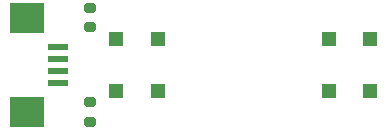
<source format=gbr>
%TF.GenerationSoftware,KiCad,Pcbnew,8.0.6-1.fc40*%
%TF.CreationDate,2025-02-15T18:39:24+01:00*%
%TF.ProjectId,airMouse-thumb,6169724d-6f75-4736-952d-7468756d622e,RC1*%
%TF.SameCoordinates,Original*%
%TF.FileFunction,Paste,Top*%
%TF.FilePolarity,Positive*%
%FSLAX46Y46*%
G04 Gerber Fmt 4.6, Leading zero omitted, Abs format (unit mm)*
G04 Created by KiCad (PCBNEW 8.0.6-1.fc40) date 2025-02-15 18:39:24*
%MOMM*%
%LPD*%
G01*
G04 APERTURE LIST*
G04 Aperture macros list*
%AMRoundRect*
0 Rectangle with rounded corners*
0 $1 Rounding radius*
0 $2 $3 $4 $5 $6 $7 $8 $9 X,Y pos of 4 corners*
0 Add a 4 corners polygon primitive as box body*
4,1,4,$2,$3,$4,$5,$6,$7,$8,$9,$2,$3,0*
0 Add four circle primitives for the rounded corners*
1,1,$1+$1,$2,$3*
1,1,$1+$1,$4,$5*
1,1,$1+$1,$6,$7*
1,1,$1+$1,$8,$9*
0 Add four rect primitives between the rounded corners*
20,1,$1+$1,$2,$3,$4,$5,0*
20,1,$1+$1,$4,$5,$6,$7,0*
20,1,$1+$1,$6,$7,$8,$9,0*
20,1,$1+$1,$8,$9,$2,$3,0*%
G04 Aperture macros list end*
%ADD10R,1.200000X1.200000*%
%ADD11RoundRect,0.200000X-0.275000X0.200000X-0.275000X-0.200000X0.275000X-0.200000X0.275000X0.200000X0*%
%ADD12RoundRect,0.200000X0.275000X-0.200000X0.275000X0.200000X-0.275000X0.200000X-0.275000X-0.200000X0*%
%ADD13R,1.800000X0.600000*%
%ADD14R,3.000000X2.500000*%
G04 APERTURE END LIST*
D10*
%TO.C,SW2*%
X158250000Y-57775000D03*
X158250000Y-62225000D03*
X161750000Y-57775000D03*
X161750000Y-62225000D03*
%TD*%
%TO.C,SW1*%
X176250000Y-57775000D03*
X176250000Y-62225000D03*
X179750000Y-57775000D03*
X179750000Y-62225000D03*
%TD*%
D11*
%TO.C,R2*%
X156000000Y-55175000D03*
X156000000Y-56825000D03*
%TD*%
D12*
%TO.C,R1*%
X156000000Y-64825000D03*
X156000000Y-63175000D03*
%TD*%
D13*
%TO.C,J1*%
X153287500Y-58500000D03*
X153287500Y-59500000D03*
X153287500Y-60500000D03*
X153287500Y-61500000D03*
D14*
X150687500Y-56000000D03*
X150687500Y-64000000D03*
%TD*%
M02*

</source>
